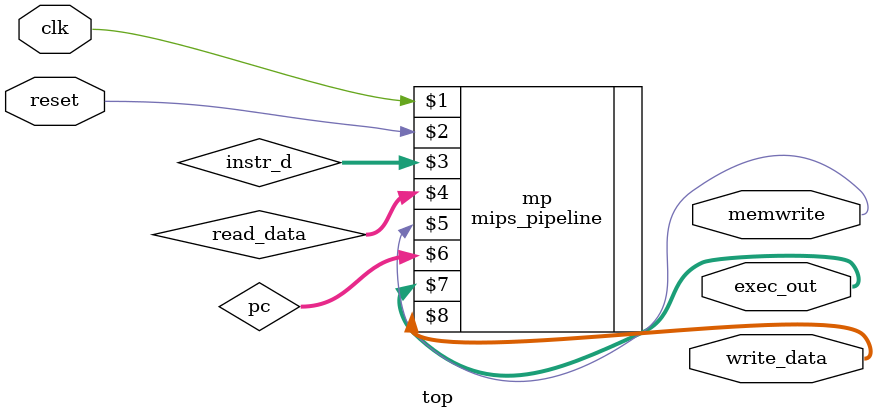
<source format=v>
/*
 * file: top.v
 */

module top (
	input clk, reset,
	output [31:0] write_data, exec_out,
	output memwrite
);
	//wire memwrite;
	wire [31:0] pc, instr_d, read_data;

	mips_pipeline mp (clk, reset, instr_d, read_data, memwrite, pc, exec_out, write_data);
	//inst_memory imem (pc, instr);
	//data_memory dmem (clk, memwrite, exec_out, write_data, read_data);

endmodule

</source>
